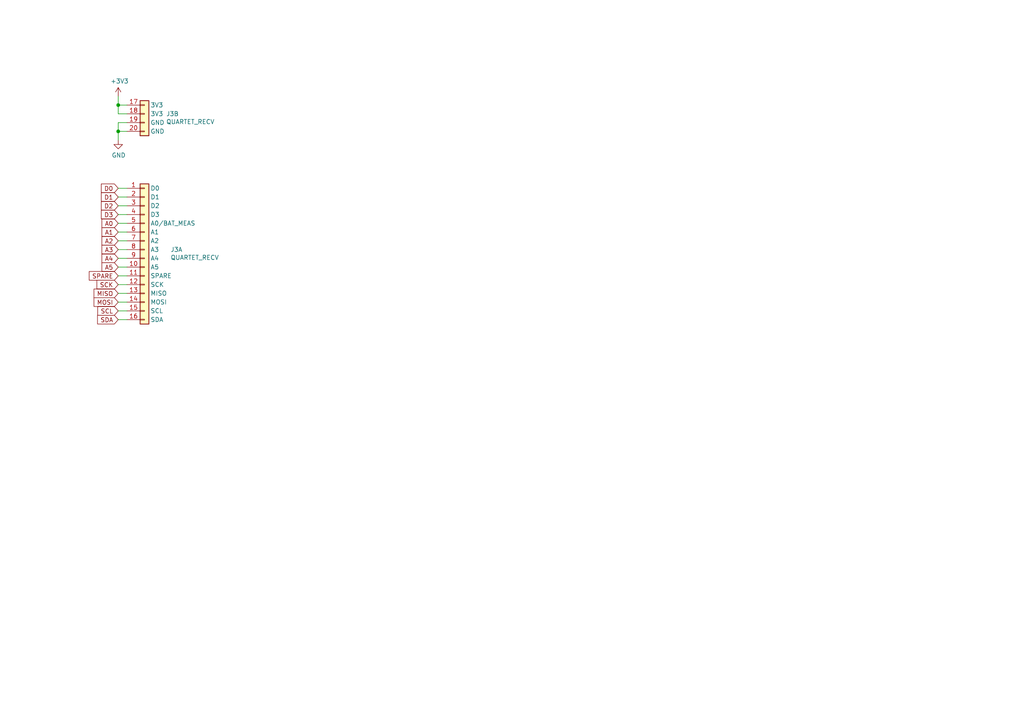
<source format=kicad_sch>
(kicad_sch (version 20230121) (generator eeschema)
  (paper "A4")
  (lib_symbols
    (symbol "power:+3V3" (power) (pin_names (offset 0))
      (property "Value" "+3V3" (at 0 3.556 0))
      (symbol "+3V3_0_1"
        (polyline (pts (xy -0.762 1.27) (xy 0 2.54)))
        (polyline (pts (xy 0 0) (xy 0 2.54)))
        (polyline (pts (xy 0 2.54) (xy 0.762 1.27)))
      )
      (symbol "+3V3_1_1"
        (pin power_in line (at 0 0 90) (length 0) hide (name "+3V3") (number "1"))
      )
    )
    (symbol "power:GND" (power) (pin_names (offset 0))
      (property "Value" "GND" (at 0 -3.81 0))
      (symbol "GND_0_1"
        (polyline (pts (xy 0 0) (xy 0 -1.27) (xy 1.27 -1.27) (xy 0 -2.54) (xy -1.27 -1.27) (xy 0 -1.27)))
      )
      (symbol "GND_1_1"
        (pin power_in line (at 0 0 270) (length 0) hide (name "GND") (number "1"))
      )
    )
    (symbol "quartet_breakout-rescue:QUARTET_RECV-gigahawk" (pin_names (offset 2.9972))
      (property "Reference" "J" (at 0 1.27 0))
      (property "Value" "gigahawk_QUARTET_RECV" (at 0 3.81 0))
      (symbol "QUARTET_RECV-gigahawk_1_1"
        (rectangle (start -1.27 -39.243) (end 0 -39.497) (stroke (width 0.1524)))
        (rectangle (start -1.27 -36.703) (end 0 -36.957) (stroke (width 0.1524)))
        (rectangle (start -1.27 -34.163) (end 0 -34.417) (stroke (width 0.1524)))
        (rectangle (start -1.27 -31.623) (end 0 -31.877) (stroke (width 0.1524)))
        (rectangle (start -1.27 -29.083) (end 0 -29.337) (stroke (width 0.1524)))
        (rectangle (start -1.27 -26.543) (end 0 -26.797) (stroke (width 0.1524)))
        (rectangle (start -1.27 -24.003) (end 0 -24.257) (stroke (width 0.1524)))
        (rectangle (start -1.27 -21.463) (end 0 -21.717) (stroke (width 0.1524)))
        (rectangle (start -1.27 -18.923) (end 0 -19.177) (stroke (width 0.1524)))
        (rectangle (start -1.27 -16.383) (end 0 -16.637) (stroke (width 0.1524)))
        (rectangle (start -1.27 -13.843) (end 0 -14.097) (stroke (width 0.1524)))
        (rectangle (start -1.27 -11.303) (end 0 -11.557) (stroke (width 0.1524)))
        (rectangle (start -1.27 -8.763) (end 0 -9.017) (stroke (width 0.1524)))
        (rectangle (start -1.27 -6.223) (end 0 -6.477) (stroke (width 0.1524)))
        (rectangle (start -1.27 -3.683) (end 0 -3.937) (stroke (width 0.1524)))
        (rectangle (start -1.27 -1.143) (end 0 -1.397) (stroke (width 0.1524)))
        (rectangle (start -1.27 0) (end 1.27 -40.64) (stroke (width 0.254)) (fill (type background)))
        (pin passive line (at -5.08 -1.27 0) (length 3.81) (name "D0") (number "1"))
        (pin passive line (at -5.08 -24.13 0) (length 3.81) (name "A5") (number "10"))
        (pin passive line (at -5.08 -26.67 0) (length 3.81) (name "SPARE") (number "11"))
        (pin passive line (at -5.08 -29.21 0) (length 3.81) (name "SCK") (number "12"))
        (pin passive line (at -5.08 -31.75 0) (length 3.81) (name "MISO") (number "13"))
        (pin passive line (at -5.08 -34.29 0) (length 3.81) (name "MOSI") (number "14"))
        (pin passive line (at -5.08 -36.83 0) (length 3.81) (name "SCL") (number "15"))
        (pin passive line (at -5.08 -39.37 0) (length 3.81) (name "SDA") (number "16"))
        (pin passive line (at -5.08 -3.81 0) (length 3.81) (name "D1") (number "2"))
        (pin passive line (at -5.08 -6.35 0) (length 3.81) (name "D2") (number "3"))
        (pin passive line (at -5.08 -8.89 0) (length 3.81) (name "D3") (number "4"))
        (pin passive line (at -5.08 -11.43 0) (length 3.81) (name "A0/BAT_MEAS") (number "5"))
        (pin passive line (at -5.08 -13.97 0) (length 3.81) (name "A1") (number "6"))
        (pin passive line (at -5.08 -16.51 0) (length 3.81) (name "A2") (number "7"))
        (pin passive line (at -5.08 -19.05 0) (length 3.81) (name "A3") (number "8"))
        (pin passive line (at -5.08 -21.59 0) (length 3.81) (name "A4") (number "9"))
      )
      (symbol "QUARTET_RECV-gigahawk_2_1"
        (rectangle (start -1.27 -8.763) (end 0 -9.017) (stroke (width 0.1524)))
        (rectangle (start -1.27 -6.223) (end 0 -6.477) (stroke (width 0.1524)))
        (rectangle (start -1.27 -3.683) (end 0 -3.937) (stroke (width 0.1524)))
        (rectangle (start -1.27 -1.143) (end 0 -1.397) (stroke (width 0.1524)))
        (rectangle (start -1.27 0) (end 1.27 -10.16) (stroke (width 0.254)) (fill (type background)))
        (pin passive line (at -5.08 -1.27 0) (length 3.81) (name "3V3") (number "17"))
        (pin passive line (at -5.08 -3.81 0) (length 3.81) (name "3V3") (number "18"))
        (pin passive line (at -5.08 -6.35 0) (length 3.81) (name "GND") (number "19"))
        (pin passive line (at -5.08 -8.89 0) (length 3.81) (name "GND") (number "20"))
      )
    )
  )
  (junction (at 34.29 30.48))
  (junction (at 34.29 38.1))
  (wire (pts (xy 34.29 64.77) (xy 36.83 64.77)))
  (wire (pts (xy 34.29 80.01) (xy 36.83 80.01)))
  (wire (pts (xy 34.29 59.69) (xy 36.83 59.69)))
  (wire (pts (xy 34.29 82.55) (xy 36.83 82.55)))
  (wire (pts (xy 34.29 92.71) (xy 36.83 92.71)))
  (wire (pts (xy 36.83 33.02) (xy 34.29 33.02)))
  (wire (pts (xy 34.29 85.09) (xy 36.83 85.09)))
  (wire (pts (xy 36.83 57.15) (xy 34.29 57.15)))
  (wire (pts (xy 34.29 90.17) (xy 36.83 90.17)))
  (wire (pts (xy 34.29 69.85) (xy 36.83 69.85)))
  (wire (pts (xy 34.29 87.63) (xy 36.83 87.63)))
  (wire (pts (xy 36.83 35.56) (xy 34.29 35.56)))
  (wire (pts (xy 36.83 67.31) (xy 34.29 67.31)))
  (wire (pts (xy 34.29 33.02) (xy 34.29 30.48)))
  (wire (pts (xy 34.29 35.56) (xy 34.29 38.1)))
  (wire (pts (xy 36.83 72.39) (xy 34.29 72.39)))
  (wire (pts (xy 34.29 54.61) (xy 36.83 54.61)))
  (wire (pts (xy 36.83 77.47) (xy 34.29 77.47)))
  (wire (pts (xy 36.83 30.48) (xy 34.29 30.48)))
  (wire (pts (xy 36.83 38.1) (xy 34.29 38.1)))
  (wire (pts (xy 34.29 30.48) (xy 34.29 27.94)))
  (wire (pts (xy 34.29 74.93) (xy 36.83 74.93)))
  (wire (pts (xy 34.29 38.1) (xy 34.29 40.64)))
  (wire (pts (xy 36.83 62.23) (xy 34.29 62.23)))
  (global_label "MISO" (shape input) (at 34.29 85.09 180) (property "Intersheetrefs" "${INTERSHEET_REFS}" (effects hide)))
  (global_label "MOSI" (shape input) (at 34.29 87.63 180) (property "Intersheetrefs" "${INTERSHEET_REFS}" (effects hide)))
  (global_label "A3" (shape input) (at 34.29 72.39 180) (property "Intersheetrefs" "${INTERSHEET_REFS}" (effects hide)))
  (global_label "SCL" (shape input) (at 34.29 90.17 180) (property "Intersheetrefs" "${INTERSHEET_REFS}" (effects hide)))
  (global_label "SCK" (shape input) (at 34.29 82.55 180) (property "Intersheetrefs" "${INTERSHEET_REFS}" (effects hide)))
  (global_label "D3" (shape input) (at 34.29 62.23 180) (property "Intersheetrefs" "${INTERSHEET_REFS}" (effects hide)))
  (global_label "SDA" (shape input) (at 34.29 92.71 180) (property "Intersheetrefs" "${INTERSHEET_REFS}" (effects hide)))
  (global_label "SPARE" (shape input) (at 34.29 80.01 180) (property "Intersheetrefs" "${INTERSHEET_REFS}" (effects hide)))
  (global_label "A2" (shape input) (at 34.29 69.85 180) (property "Intersheetrefs" "${INTERSHEET_REFS}" (effects hide)))
  (global_label "A1" (shape input) (at 34.29 67.31 180) (property "Intersheetrefs" "${INTERSHEET_REFS}" (effects hide)))
  (global_label "A0" (shape input) (at 34.29 64.77 180) (property "Intersheetrefs" "${INTERSHEET_REFS}" (effects hide)))
  (global_label "A4" (shape input) (at 34.29 74.93 180) (property "Intersheetrefs" "${INTERSHEET_REFS}" (effects hide)))
  (global_label "A5" (shape input) (at 34.29 77.47 180) (property "Intersheetrefs" "${INTERSHEET_REFS}" (effects hide)))
  (global_label "D2" (shape input) (at 34.29 59.69 180) (property "Intersheetrefs" "${INTERSHEET_REFS}" (effects hide)))
  (global_label "D1" (shape input) (at 34.29 57.15 180) (property "Intersheetrefs" "${INTERSHEET_REFS}" (effects hide)))
  (global_label "D0" (shape input) (at 34.29 54.61 180) (property "Intersheetrefs" "${INTERSHEET_REFS}" (effects hide)))
  (symbol (lib_id "power:GND") (at 34.29 40.64 0) (unit 1)
    (property "Reference" "#PWR?" (effects hide))
    (property "Value" "GND" (at 34.417 45.0342 0))
  )
  (symbol (lib_id "quartet_breakout-rescue:QUARTET_RECV-gigahawk") (at 41.91 53.34 0) (unit 1)
    (property "Reference" "J3" (at 49.4538 72.39 0) (effects (justify left)))
    (property "Value" "QUARTET_RECV" (at 49.4538 74.7014 0) (effects (justify left)))
    (property "Footprint" "Gigahawk:QUARTET_RECV_MAIN" (effects hide))
    (property "Part Numbers" "F519-1A7A1-11004-E200; F519-1A7A1-11016-E200" (effects hide))
  )
  (symbol (lib_id "quartet_breakout-rescue:QUARTET_RECV-gigahawk") (at 41.91 29.21 0) (unit 2)
    (property "Reference" "J3" (at 48.1838 33.02 0) (effects (justify left)))
    (property "Value" "QUARTET_RECV" (at 48.1838 35.3314 0) (effects (justify left)))
    (property "Footprint" "Gigahawk:QUARTET_RECV_MAIN" (effects hide))
  )
  (symbol (lib_id "power:+3V3") (at 34.29 27.94 0) (unit 1)
    (property "Reference" "#PWR0105" (effects hide))
    (property "Value" "+3V3" (at 34.671 23.5458 0))
  )
)
</source>
